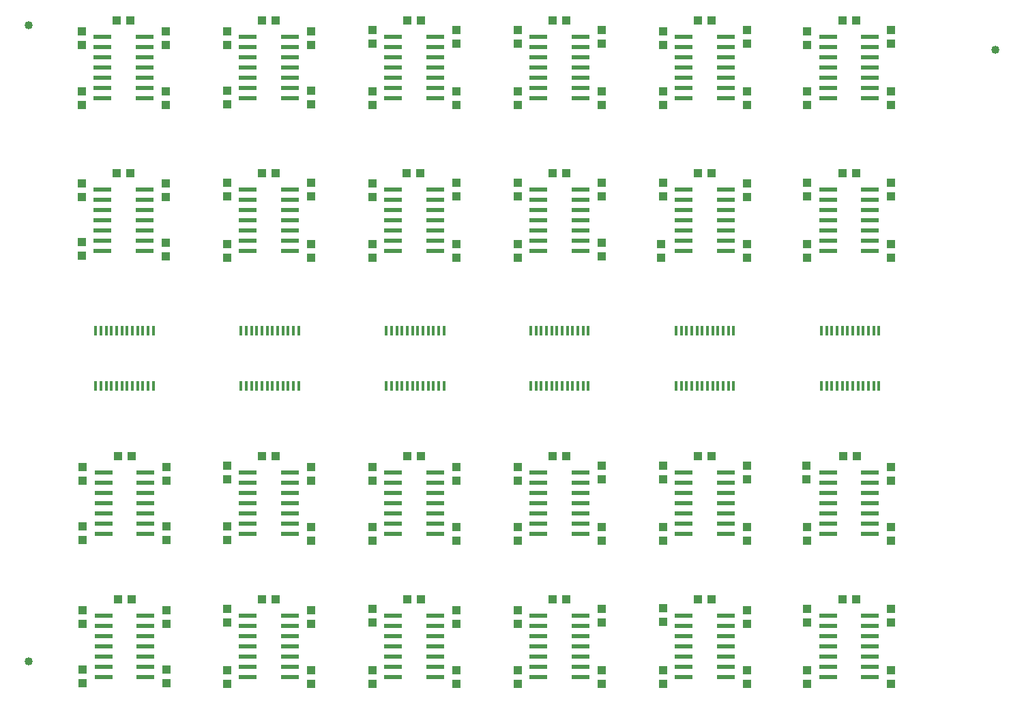
<source format=gbr>
G04 EAGLE Gerber RS-274X export*
G75*
%MOMM*%
%FSLAX34Y34*%
%LPD*%
%INSolderpaste Bottom*%
%IPPOS*%
%AMOC8*
5,1,8,0,0,1.08239X$1,22.5*%
G01*
%ADD10R,0.400000X1.200000*%
%ADD11R,2.200000X0.600000*%
%ADD12R,1.100000X1.000000*%
%ADD13C,1.016000*%


D10*
X203480Y520920D03*
X209980Y520920D03*
X216480Y520920D03*
X222980Y520920D03*
X229480Y520920D03*
X235980Y520920D03*
X242480Y520920D03*
X248980Y520920D03*
X255480Y520920D03*
X261980Y520920D03*
X268480Y520920D03*
X274980Y520920D03*
X274980Y452520D03*
X268480Y452520D03*
X261980Y452520D03*
X255480Y452520D03*
X248980Y452520D03*
X242480Y452520D03*
X235980Y452520D03*
X229480Y452520D03*
X222980Y452520D03*
X216480Y452520D03*
X209980Y452520D03*
X203480Y452520D03*
X743230Y520920D03*
X749730Y520920D03*
X756230Y520920D03*
X762730Y520920D03*
X769230Y520920D03*
X775730Y520920D03*
X782230Y520920D03*
X788730Y520920D03*
X795230Y520920D03*
X801730Y520920D03*
X808230Y520920D03*
X814730Y520920D03*
X814730Y452520D03*
X808230Y452520D03*
X801730Y452520D03*
X795230Y452520D03*
X788730Y452520D03*
X782230Y452520D03*
X775730Y452520D03*
X769230Y452520D03*
X762730Y452520D03*
X756230Y452520D03*
X749730Y452520D03*
X743230Y452520D03*
X923570Y520920D03*
X930070Y520920D03*
X936570Y520920D03*
X943070Y520920D03*
X949570Y520920D03*
X956070Y520920D03*
X962570Y520920D03*
X969070Y520920D03*
X975570Y520920D03*
X982070Y520920D03*
X988570Y520920D03*
X995070Y520920D03*
X995070Y452520D03*
X988570Y452520D03*
X982070Y452520D03*
X975570Y452520D03*
X969070Y452520D03*
X962570Y452520D03*
X956070Y452520D03*
X949570Y452520D03*
X943070Y452520D03*
X936570Y452520D03*
X930070Y452520D03*
X923570Y452520D03*
X383820Y520920D03*
X390320Y520920D03*
X396820Y520920D03*
X403320Y520920D03*
X409820Y520920D03*
X416320Y520920D03*
X422820Y520920D03*
X429320Y520920D03*
X435820Y520920D03*
X442320Y520920D03*
X448820Y520920D03*
X455320Y520920D03*
X455320Y452520D03*
X448820Y452520D03*
X442320Y452520D03*
X435820Y452520D03*
X429320Y452520D03*
X422820Y452520D03*
X416320Y452520D03*
X409820Y452520D03*
X403320Y452520D03*
X396820Y452520D03*
X390320Y452520D03*
X383820Y452520D03*
X1103910Y520920D03*
X1110410Y520920D03*
X1116910Y520920D03*
X1123410Y520920D03*
X1129910Y520920D03*
X1136410Y520920D03*
X1142910Y520920D03*
X1149410Y520920D03*
X1155910Y520920D03*
X1162410Y520920D03*
X1168910Y520920D03*
X1175410Y520920D03*
X1175410Y452520D03*
X1168910Y452520D03*
X1162410Y452520D03*
X1155910Y452520D03*
X1149410Y452520D03*
X1142910Y452520D03*
X1136410Y452520D03*
X1129910Y452520D03*
X1123410Y452520D03*
X1116910Y452520D03*
X1110410Y452520D03*
X1103910Y452520D03*
X564160Y520920D03*
X570660Y520920D03*
X577160Y520920D03*
X583660Y520920D03*
X590160Y520920D03*
X596660Y520920D03*
X603160Y520920D03*
X609660Y520920D03*
X616160Y520920D03*
X622660Y520920D03*
X629160Y520920D03*
X635660Y520920D03*
X635660Y452520D03*
X629160Y452520D03*
X622660Y452520D03*
X616160Y452520D03*
X609660Y452520D03*
X603160Y452520D03*
X596660Y452520D03*
X590160Y452520D03*
X583660Y452520D03*
X577160Y452520D03*
X570660Y452520D03*
X564160Y452520D03*
D11*
X211960Y822000D03*
X263960Y822000D03*
X211960Y809300D03*
X211960Y834700D03*
X211960Y847400D03*
X263960Y809300D03*
X263960Y834700D03*
X263960Y847400D03*
X211960Y872800D03*
X263960Y872800D03*
X211960Y860100D03*
X211960Y885500D03*
X263960Y860100D03*
X263960Y885500D03*
X211960Y632770D03*
X263960Y632770D03*
X211960Y620070D03*
X211960Y645470D03*
X211960Y658170D03*
X263960Y620070D03*
X263960Y645470D03*
X263960Y658170D03*
X211960Y683570D03*
X263960Y683570D03*
X211960Y670870D03*
X211960Y696270D03*
X263960Y670870D03*
X263960Y696270D03*
X213230Y280980D03*
X265230Y280980D03*
X213230Y268280D03*
X213230Y293680D03*
X213230Y306380D03*
X265230Y268280D03*
X265230Y293680D03*
X265230Y306380D03*
X213230Y331780D03*
X265230Y331780D03*
X213230Y319080D03*
X213230Y344480D03*
X265230Y319080D03*
X265230Y344480D03*
X213230Y103180D03*
X265230Y103180D03*
X213230Y90480D03*
X213230Y115880D03*
X213230Y128580D03*
X265230Y90480D03*
X265230Y115880D03*
X265230Y128580D03*
X213230Y153980D03*
X265230Y153980D03*
X213230Y141280D03*
X213230Y166680D03*
X265230Y141280D03*
X265230Y166680D03*
X392300Y822000D03*
X444300Y822000D03*
X392300Y809300D03*
X392300Y834700D03*
X392300Y847400D03*
X444300Y809300D03*
X444300Y834700D03*
X444300Y847400D03*
X392300Y872800D03*
X444300Y872800D03*
X392300Y860100D03*
X392300Y885500D03*
X444300Y860100D03*
X444300Y885500D03*
X392300Y632770D03*
X444300Y632770D03*
X392300Y620070D03*
X392300Y645470D03*
X392300Y658170D03*
X444300Y620070D03*
X444300Y645470D03*
X444300Y658170D03*
X392300Y683570D03*
X444300Y683570D03*
X392300Y670870D03*
X392300Y696270D03*
X444300Y670870D03*
X444300Y696270D03*
X392300Y280980D03*
X444300Y280980D03*
X392300Y268280D03*
X392300Y293680D03*
X392300Y306380D03*
X444300Y268280D03*
X444300Y293680D03*
X444300Y306380D03*
X392300Y331780D03*
X444300Y331780D03*
X392300Y319080D03*
X392300Y344480D03*
X444300Y319080D03*
X444300Y344480D03*
X392300Y103180D03*
X444300Y103180D03*
X392300Y90480D03*
X392300Y115880D03*
X392300Y128580D03*
X444300Y90480D03*
X444300Y115880D03*
X444300Y128580D03*
X392300Y153980D03*
X444300Y153980D03*
X392300Y141280D03*
X392300Y166680D03*
X444300Y141280D03*
X444300Y166680D03*
X572640Y822000D03*
X624640Y822000D03*
X572640Y809300D03*
X572640Y834700D03*
X572640Y847400D03*
X624640Y809300D03*
X624640Y834700D03*
X624640Y847400D03*
X572640Y872800D03*
X624640Y872800D03*
X572640Y860100D03*
X572640Y885500D03*
X624640Y860100D03*
X624640Y885500D03*
X572640Y632770D03*
X624640Y632770D03*
X572640Y620070D03*
X572640Y645470D03*
X572640Y658170D03*
X624640Y620070D03*
X624640Y645470D03*
X624640Y658170D03*
X572640Y683570D03*
X624640Y683570D03*
X572640Y670870D03*
X572640Y696270D03*
X624640Y670870D03*
X624640Y696270D03*
X572640Y280980D03*
X624640Y280980D03*
X572640Y268280D03*
X572640Y293680D03*
X572640Y306380D03*
X624640Y268280D03*
X624640Y293680D03*
X624640Y306380D03*
X572640Y331780D03*
X624640Y331780D03*
X572640Y319080D03*
X572640Y344480D03*
X624640Y319080D03*
X624640Y344480D03*
X572640Y103180D03*
X624640Y103180D03*
X572640Y90480D03*
X572640Y115880D03*
X572640Y128580D03*
X624640Y90480D03*
X624640Y115880D03*
X624640Y128580D03*
X572640Y153980D03*
X624640Y153980D03*
X572640Y141280D03*
X572640Y166680D03*
X624640Y141280D03*
X624640Y166680D03*
X752980Y822000D03*
X804980Y822000D03*
X752980Y809300D03*
X752980Y834700D03*
X752980Y847400D03*
X804980Y809300D03*
X804980Y834700D03*
X804980Y847400D03*
X752980Y872800D03*
X804980Y872800D03*
X752980Y860100D03*
X752980Y885500D03*
X804980Y860100D03*
X804980Y885500D03*
X933320Y280980D03*
X985320Y280980D03*
X933320Y268280D03*
X933320Y293680D03*
X933320Y306380D03*
X985320Y268280D03*
X985320Y293680D03*
X985320Y306380D03*
X933320Y331780D03*
X985320Y331780D03*
X933320Y319080D03*
X933320Y344480D03*
X985320Y319080D03*
X985320Y344480D03*
X752980Y632770D03*
X804980Y632770D03*
X752980Y620070D03*
X752980Y645470D03*
X752980Y658170D03*
X804980Y620070D03*
X804980Y645470D03*
X804980Y658170D03*
X752980Y683570D03*
X804980Y683570D03*
X752980Y670870D03*
X752980Y696270D03*
X804980Y670870D03*
X804980Y696270D03*
X933320Y103180D03*
X985320Y103180D03*
X933320Y90480D03*
X933320Y115880D03*
X933320Y128580D03*
X985320Y90480D03*
X985320Y115880D03*
X985320Y128580D03*
X933320Y153980D03*
X985320Y153980D03*
X933320Y141280D03*
X933320Y166680D03*
X985320Y141280D03*
X985320Y166680D03*
X752980Y280980D03*
X804980Y280980D03*
X752980Y268280D03*
X752980Y293680D03*
X752980Y306380D03*
X804980Y268280D03*
X804980Y293680D03*
X804980Y306380D03*
X752980Y331780D03*
X804980Y331780D03*
X752980Y319080D03*
X752980Y344480D03*
X804980Y319080D03*
X804980Y344480D03*
X1112390Y822000D03*
X1164390Y822000D03*
X1112390Y809300D03*
X1112390Y834700D03*
X1112390Y847400D03*
X1164390Y809300D03*
X1164390Y834700D03*
X1164390Y847400D03*
X1112390Y872800D03*
X1164390Y872800D03*
X1112390Y860100D03*
X1112390Y885500D03*
X1164390Y860100D03*
X1164390Y885500D03*
X752980Y103180D03*
X804980Y103180D03*
X752980Y90480D03*
X752980Y115880D03*
X752980Y128580D03*
X804980Y90480D03*
X804980Y115880D03*
X804980Y128580D03*
X752980Y153980D03*
X804980Y153980D03*
X752980Y141280D03*
X752980Y166680D03*
X804980Y141280D03*
X804980Y166680D03*
X1112390Y632770D03*
X1164390Y632770D03*
X1112390Y620070D03*
X1112390Y645470D03*
X1112390Y658170D03*
X1164390Y620070D03*
X1164390Y645470D03*
X1164390Y658170D03*
X1112390Y683570D03*
X1164390Y683570D03*
X1112390Y670870D03*
X1112390Y696270D03*
X1164390Y670870D03*
X1164390Y696270D03*
X933320Y822000D03*
X985320Y822000D03*
X933320Y809300D03*
X933320Y834700D03*
X933320Y847400D03*
X985320Y809300D03*
X985320Y834700D03*
X985320Y847400D03*
X933320Y872800D03*
X985320Y872800D03*
X933320Y860100D03*
X933320Y885500D03*
X985320Y860100D03*
X985320Y885500D03*
X1112390Y280980D03*
X1164390Y280980D03*
X1112390Y268280D03*
X1112390Y293680D03*
X1112390Y306380D03*
X1164390Y268280D03*
X1164390Y293680D03*
X1164390Y306380D03*
X1112390Y331780D03*
X1164390Y331780D03*
X1112390Y319080D03*
X1112390Y344480D03*
X1164390Y319080D03*
X1164390Y344480D03*
X933320Y632770D03*
X985320Y632770D03*
X933320Y620070D03*
X933320Y645470D03*
X933320Y658170D03*
X985320Y620070D03*
X985320Y645470D03*
X985320Y658170D03*
X933320Y683570D03*
X985320Y683570D03*
X933320Y670870D03*
X933320Y696270D03*
X985320Y670870D03*
X985320Y696270D03*
X1112390Y103180D03*
X1164390Y103180D03*
X1112390Y90480D03*
X1112390Y115880D03*
X1112390Y128580D03*
X1164390Y90480D03*
X1164390Y115880D03*
X1164390Y128580D03*
X1112390Y153980D03*
X1164390Y153980D03*
X1112390Y141280D03*
X1112390Y166680D03*
X1164390Y141280D03*
X1164390Y166680D03*
D12*
X185890Y817800D03*
X185890Y800800D03*
X185890Y875730D03*
X185890Y892730D03*
X290030Y875730D03*
X290030Y892730D03*
X290030Y817800D03*
X290030Y800800D03*
X185890Y631110D03*
X185890Y614110D03*
X185890Y686500D03*
X185890Y703500D03*
X290030Y686500D03*
X290030Y703500D03*
X290030Y629840D03*
X290030Y612840D03*
X187160Y278050D03*
X187160Y261050D03*
X187160Y100250D03*
X187160Y83250D03*
X187160Y334710D03*
X187160Y351710D03*
X187160Y156910D03*
X187160Y173910D03*
X291300Y334710D03*
X291300Y351710D03*
X291300Y156910D03*
X291300Y173910D03*
X291300Y278050D03*
X291300Y261050D03*
X291300Y100250D03*
X291300Y83250D03*
X366230Y819070D03*
X366230Y802070D03*
X366230Y628570D03*
X366230Y611570D03*
X366230Y875730D03*
X366230Y892730D03*
X366230Y687770D03*
X366230Y704770D03*
X470370Y875730D03*
X470370Y892730D03*
X470370Y687770D03*
X470370Y704770D03*
X470370Y819070D03*
X470370Y802070D03*
X470370Y628570D03*
X470370Y611570D03*
X650710Y276780D03*
X650710Y259780D03*
X650710Y334710D03*
X650710Y351710D03*
X546570Y334710D03*
X546570Y351710D03*
X546570Y276780D03*
X546570Y259780D03*
X650710Y817800D03*
X650710Y800800D03*
X650710Y877000D03*
X650710Y894000D03*
X546570Y877000D03*
X546570Y894000D03*
X546570Y817800D03*
X546570Y800800D03*
X470370Y276780D03*
X470370Y259780D03*
X470370Y334710D03*
X470370Y351710D03*
X366230Y335980D03*
X366230Y352980D03*
X366230Y278050D03*
X366230Y261050D03*
X366230Y98980D03*
X366230Y81980D03*
X726910Y817800D03*
X726910Y800800D03*
X366230Y158180D03*
X366230Y175180D03*
X726910Y877000D03*
X726910Y894000D03*
X470370Y156910D03*
X470370Y173910D03*
X831050Y877000D03*
X831050Y894000D03*
X470370Y98980D03*
X470370Y81980D03*
X831050Y817800D03*
X831050Y800800D03*
X546570Y628570D03*
X546570Y611570D03*
X726910Y628570D03*
X726910Y611570D03*
X546570Y686500D03*
X546570Y703500D03*
X726910Y687770D03*
X726910Y704770D03*
X650710Y687770D03*
X650710Y704770D03*
X831050Y687770D03*
X831050Y704770D03*
X650710Y628570D03*
X650710Y611570D03*
X831050Y629840D03*
X831050Y612840D03*
X546570Y98980D03*
X546570Y81980D03*
X726910Y276780D03*
X726910Y259780D03*
X546570Y158180D03*
X546570Y175180D03*
X726910Y334710D03*
X726910Y351710D03*
X650710Y156910D03*
X650710Y173910D03*
X831050Y335980D03*
X831050Y352980D03*
X650710Y98980D03*
X650710Y81980D03*
X831050Y276780D03*
X831050Y259780D03*
X1011390Y628570D03*
X1011390Y611570D03*
X1190460Y817800D03*
X1190460Y800800D03*
X1190460Y877000D03*
X1190460Y894000D03*
X1011390Y686500D03*
X1011390Y703500D03*
X1086320Y875730D03*
X1086320Y892730D03*
X907250Y687770D03*
X907250Y704770D03*
X1086320Y817800D03*
X1086320Y800800D03*
X904710Y628570D03*
X904710Y611570D03*
X1011390Y98980D03*
X1011390Y81980D03*
X1011390Y817800D03*
X1011390Y800800D03*
X1011390Y156910D03*
X1011390Y173910D03*
X1011390Y877000D03*
X1011390Y894000D03*
X907250Y159450D03*
X907250Y176450D03*
X907250Y875730D03*
X907250Y892730D03*
X907250Y98980D03*
X907250Y81980D03*
X907250Y817800D03*
X907250Y800800D03*
X1011390Y276780D03*
X1011390Y259780D03*
X831050Y98980D03*
X831050Y81980D03*
X1011390Y335980D03*
X1011390Y352980D03*
X831050Y158180D03*
X831050Y175180D03*
X907250Y335980D03*
X907250Y352980D03*
X726910Y156910D03*
X726910Y173910D03*
X907250Y276780D03*
X907250Y259780D03*
X726910Y98980D03*
X726910Y81980D03*
X1086320Y628570D03*
X1086320Y611570D03*
X1086320Y687770D03*
X1086320Y704770D03*
X1190460Y687770D03*
X1190460Y704770D03*
X1190460Y628570D03*
X1190460Y611570D03*
X1086320Y276780D03*
X1086320Y259780D03*
X1085050Y335980D03*
X1085050Y352980D03*
X1190460Y334710D03*
X1190460Y351710D03*
X1190460Y276780D03*
X1190460Y259780D03*
X1086320Y98980D03*
X1086320Y81980D03*
X1086320Y158180D03*
X1086320Y175180D03*
X1190460Y158180D03*
X1190460Y175180D03*
X1190460Y98980D03*
X1190460Y81980D03*
X246460Y905820D03*
X229460Y905820D03*
X246460Y716590D03*
X229460Y716590D03*
X247730Y364800D03*
X230730Y364800D03*
X247730Y187000D03*
X230730Y187000D03*
X1148160Y364800D03*
X1131160Y364800D03*
X426800Y905820D03*
X409800Y905820D03*
X426800Y716590D03*
X409800Y716590D03*
X426800Y364800D03*
X409800Y364800D03*
X426800Y187000D03*
X409800Y187000D03*
X607140Y905820D03*
X590140Y905820D03*
X605870Y716590D03*
X588870Y716590D03*
X607140Y364800D03*
X590140Y364800D03*
X607140Y187000D03*
X590140Y187000D03*
X787480Y905820D03*
X770480Y905820D03*
X787480Y716590D03*
X770480Y716590D03*
X787480Y364800D03*
X770480Y364800D03*
X787480Y187000D03*
X770480Y187000D03*
X967820Y905820D03*
X950820Y905820D03*
X967820Y716590D03*
X950820Y716590D03*
X967820Y364800D03*
X950820Y364800D03*
X967820Y187000D03*
X950820Y187000D03*
X1146890Y905820D03*
X1129890Y905820D03*
X1146890Y716590D03*
X1129890Y716590D03*
X1146890Y187000D03*
X1129890Y187000D03*
D13*
X120000Y900000D03*
X120000Y110000D03*
X1320000Y870000D03*
M02*

</source>
